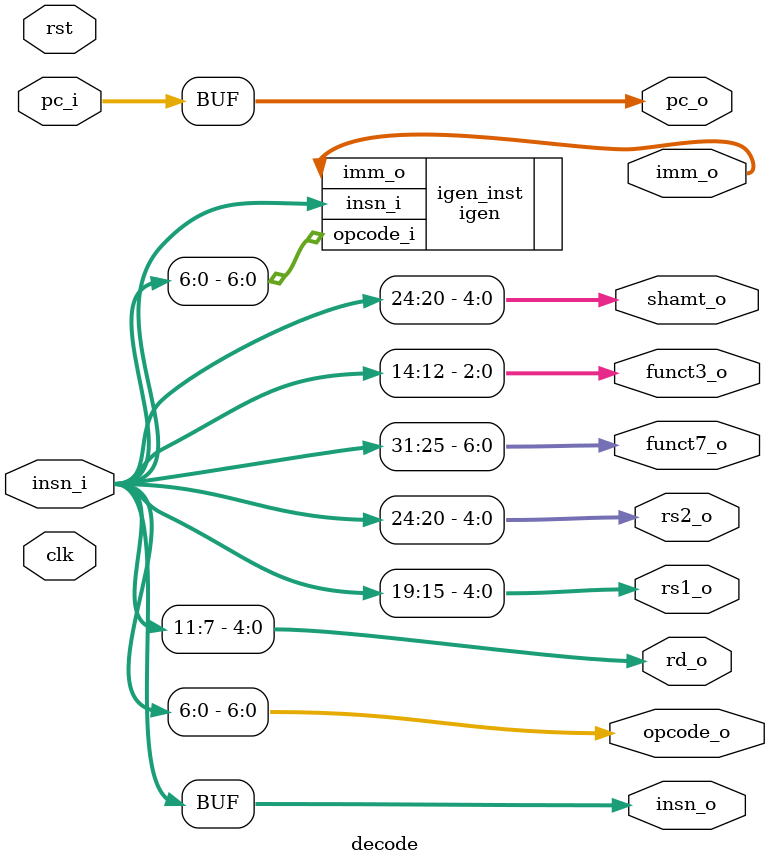
<source format=sv>
/*
 * Module: decode
 *
 * Description: Decode stage
 *
 * -------- REPLACE THIS FILE WITH THE MEMORY MODULE DEVELOPED IN PD2 -----------
 */

module decode #(
    parameter int DWIDTH=32,
    parameter int AWIDTH=32
)(
    //inputs
    input logic clk,
    input logic rst,
    input logic [DWIDTH - 1:0] insn_i,
    input logic [DWIDTH - 1:0] pc_i,

    //outputs
    output logic [AWIDTH-1:0] pc_o,
    output logic [DWIDTH-1:0] insn_o,
    output logic [6:0] opcode_o,
    output logic [4:0] rd_o,
    output logic [4:0] rs1_o,
    output logic [4:0] rs2_o,
    output logic [6:0] funct7_o,
    output logic [2:0] funct3_o,
    output logic [4:0] shamt_o,
    output logic [DWIDTH-1:0] imm_o
);	

    //instantiate immediate generator
    igen igen_inst (
        .opcode_i(insn_i[6:0]),
        .insn_i(insn_i),
        .imm_o(imm_o)
    );

    //Opcode definitions
    localparam logic [6:0] OP_LUI    = 7'b0110111;
    localparam logic [6:0] OP_AUIPC  = 7'b0010111;
    localparam logic [6:0] OP_JAL    = 7'b1101111;
    localparam logic [6:0] OP_JALR   = 7'b1100111;
    localparam logic [6:0] OP_BRANCH = 7'b1100011;
    localparam logic [6:0] OP_LOAD   = 7'b0000011;
    localparam logic [6:0] OP_STORE  = 7'b0100011;
    localparam logic [6:0] OP_IMM    = 7'b0010011;
    localparam logic [6:0] OP_REG    = 7'b0110011;

    //decode instruction fields
    always_comb begin
        //pass through PC and instruction
        pc_o = pc_i;
        insn_o = insn_i;
        
        //extract common fields
        opcode_o = insn_i[6:0];
        rd_o = insn_i[11:7];
        rs1_o = insn_i[19:15];
        rs2_o = insn_i[24:20];
        funct3_o = insn_i[14:12];
        funct7_o = insn_i[31:25];
        
        //extract shamt (shift amount) for immediate shift instructions
        shamt_o = insn_i[24:20];  //same as rs2 field for I-type shifts 
    end

endmodule : decode

</source>
